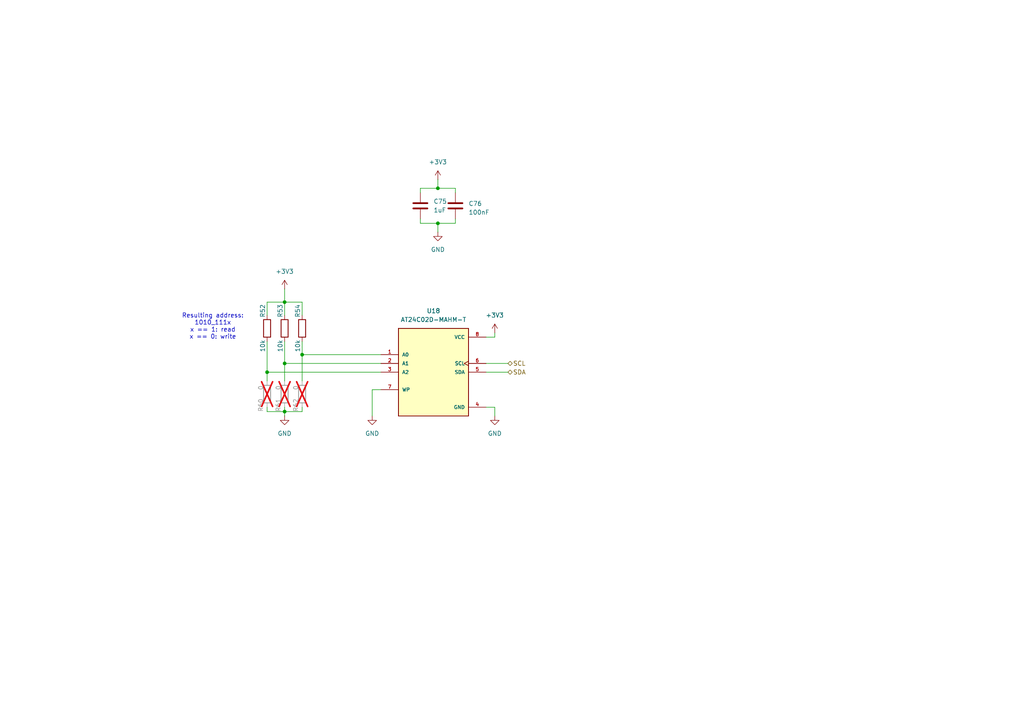
<source format=kicad_sch>
(kicad_sch (version 20231120) (generator "eeschema") (generator_version "8.0")
  (paper "A4")
  (lib_symbols
    (symbol "Device:C" (pin_numbers hide) (pin_names (offset 0.254))
      (property "Reference" "C" (at 0.635 2.54 0))
      (property "Value" "C" (at 0.635 -2.54 0))
      (symbol "C_0_1"
        (polyline (pts (xy -2.032 -0.762) (xy 2.032 -0.762)) (stroke (width 0.508)))
        (polyline (pts (xy -2.032 0.762) (xy 2.032 0.762)) (stroke (width 0.508)))
      )
      (symbol "C_1_1"
        (pin passive line (at 0 3.81 270) (length 2.794) (name "~") (number "1"))
        (pin passive line (at 0 -3.81 90) (length 2.794) (name "~") (number "2"))
      )
    )
    (symbol "Device:R" (pin_numbers hide) (pin_names (offset 0))
      (property "Reference" "R" (at 2.032 0 90))
      (property "Value" "R" (at 0 0 90))
      (symbol "R_0_1"
        (rectangle (start -1.016 -2.54) (end 1.016 2.54) (stroke (width 0.254)))
      )
      (symbol "R_1_1"
        (pin passive line (at 0 3.81 270) (length 1.27) (name "~") (number "1"))
        (pin passive line (at 0 -3.81 90) (length 1.27) (name "~") (number "2"))
      )
    )
    (symbol "GND_1" (power) (pin_numbers hide) (pin_names (offset 0) hide)
      (property "Value" "GND" (at 0 -3.81 0))
      (symbol "GND_1_0_1"
        (polyline (pts (xy 0 0) (xy 0 -1.27) (xy 1.27 -1.27) (xy 0 -2.54) (xy -1.27 -1.27) (xy 0 -1.27)))
      )
      (symbol "GND_1_1_1"
        (pin power_in line (at 0 0 270) (length 0) (name "~") (number "1"))
      )
    )
    (symbol "power:+3V3" (power) (pin_numbers hide) (pin_names (offset 0) hide)
      (property "Value" "+3V3" (at 0 3.556 0))
      (symbol "+3V3_0_1"
        (polyline (pts (xy -0.762 1.27) (xy 0 2.54)))
        (polyline (pts (xy 0 0) (xy 0 2.54)))
        (polyline (pts (xy 0 2.54) (xy 0.762 1.27)))
      )
      (symbol "+3V3_1_1"
        (pin power_in line (at 0 0 90) (length 0) (name "~") (number "1"))
      )
    )
    (symbol "visionAddOn:AT24C02D-MAHM-T" (pin_names (offset 1.016))
      (property "Reference" "U" (at -10.16 13.335 0))
      (property "Value" "AT24C02D-MAHM-T" (at -10.16 -15.24 0))
      (symbol "AT24C02D-MAHM-T_0_0"
        (rectangle (start -10.16 12.7) (end 10.16 -12.7) (stroke (width 0.254)) (fill (type background)))
        (pin input line (at -15.24 5.08 0) (length 5.08) (name "A0") (number "1"))
        (pin input line (at -15.24 2.54 0) (length 5.08) (name "A1") (number "2"))
        (pin input line (at -15.24 0 0) (length 5.08) (name "A2") (number "3"))
        (pin power_in line (at 15.24 -10.16 180) (length 5.08) (name "GND") (number "4"))
        (pin bidirectional line (at 15.24 0 180) (length 5.08) (name "SDA") (number "5"))
        (pin input clock (at 15.24 2.54 180) (length 5.08) (name "SCL") (number "6"))
        (pin input line (at -15.24 -5.08 0) (length 5.08) (name "WP") (number "7"))
        (pin power_in line (at 15.24 10.16 180) (length 5.08) (name "VCC") (number "8"))
      )
    )
  )
  (junction (at 82.55 119.38))
  (junction (at 127 54.61))
  (junction (at 82.55 87.63))
  (junction (at 87.63 102.87))
  (junction (at 77.47 107.95))
  (junction (at 127 64.77))
  (junction (at 82.55 105.41))
  (wire (pts (xy 82.55 87.63) (xy 82.55 91.44)))
  (wire (pts (xy 121.92 64.77) (xy 127 64.77)))
  (wire (pts (xy 110.49 113.03) (xy 107.95 113.03)))
  (wire (pts (xy 77.47 118.11) (xy 77.47 119.38)))
  (wire (pts (xy 110.49 107.95) (xy 77.47 107.95)))
  (wire (pts (xy 87.63 119.38) (xy 82.55 119.38)))
  (wire (pts (xy 143.51 118.11) (xy 143.51 120.65)))
  (wire (pts (xy 121.92 54.61) (xy 127 54.61)))
  (wire (pts (xy 87.63 118.11) (xy 87.63 119.38)))
  (wire (pts (xy 110.49 105.41) (xy 82.55 105.41)))
  (wire (pts (xy 82.55 105.41) (xy 82.55 110.49)))
  (wire (pts (xy 82.55 83.82) (xy 82.55 87.63)))
  (wire (pts (xy 143.51 97.79) (xy 143.51 96.52)))
  (wire (pts (xy 127 67.31) (xy 127 64.77)))
  (wire (pts (xy 77.47 107.95) (xy 77.47 110.49)))
  (wire (pts (xy 82.55 119.38) (xy 82.55 120.65)))
  (wire (pts (xy 127 64.77) (xy 132.08 64.77)))
  (wire (pts (xy 127 52.07) (xy 127 54.61)))
  (wire (pts (xy 77.47 107.95) (xy 77.47 99.06)))
  (wire (pts (xy 140.97 105.41) (xy 147.32 105.41)))
  (wire (pts (xy 140.97 118.11) (xy 143.51 118.11)))
  (wire (pts (xy 121.92 54.61) (xy 121.92 55.88)))
  (wire (pts (xy 77.47 87.63) (xy 82.55 87.63)))
  (wire (pts (xy 87.63 102.87) (xy 87.63 99.06)))
  (wire (pts (xy 82.55 118.11) (xy 82.55 119.38)))
  (wire (pts (xy 87.63 102.87) (xy 87.63 110.49)))
  (wire (pts (xy 77.47 119.38) (xy 82.55 119.38)))
  (wire (pts (xy 82.55 87.63) (xy 87.63 87.63)))
  (wire (pts (xy 143.51 97.79) (xy 140.97 97.79)))
  (wire (pts (xy 87.63 87.63) (xy 87.63 91.44)))
  (wire (pts (xy 110.49 102.87) (xy 87.63 102.87)))
  (wire (pts (xy 77.47 87.63) (xy 77.47 91.44)))
  (wire (pts (xy 132.08 64.77) (xy 132.08 63.5)))
  (wire (pts (xy 121.92 63.5) (xy 121.92 64.77)))
  (wire (pts (xy 127 54.61) (xy 132.08 54.61)))
  (wire (pts (xy 82.55 105.41) (xy 82.55 99.06)))
  (wire (pts (xy 132.08 54.61) (xy 132.08 55.88)))
  (wire (pts (xy 107.95 113.03) (xy 107.95 120.65)))
  (wire (pts (xy 140.97 107.95) (xy 147.32 107.95)))
  (text "Resulting address:\n1010_111x\nx == 1: read\nx == 0: write" (at 61.722 94.742 0) (effects (font (size 1.27 1.27))))
  (hierarchical_label "SDA" (shape bidirectional) (at 147.32 107.95 0))
  (hierarchical_label "SCL" (shape bidirectional) (at 147.32 105.41 0))
  (symbol (lib_id "power:+3V3") (at 82.55 83.82 0) (unit 1)
    (property "Reference" "#PWR0149" (effects (hide yes)))
    (property "Value" "+3V3" (at 82.55 78.74 0))
    (property "Description" "Power symbol creates a global label with name \"+3V3\"" (effects (hide yes)))
  )
  (symbol (lib_name "GND_1") (lib_id "power:GND") (at 82.55 120.65 0) (unit 1)
    (property "Reference" "#PWR0155" (effects (hide yes)))
    (property "Value" "GND" (at 82.55 125.73 0))
    (property "Description" "Power symbol creates a global label with name \"GND\" , ground" (effects (hide yes)))
  )
  (symbol (lib_id "Device:R") (at 82.55 114.3 180) (unit 1) (dnp yes)
    (property "Reference" "R61" (at 80.01 115.57 90) (effects (justify left bottom)))
    (property "Value" "0" (at 80.01 111.76 90) (effects (justify left bottom)))
    (property "Footprint" "Resistor_SMD:R_0402_1005Metric" (effects (hide yes)))
    (property "Manufacturer" "Panasonic" (effects (hide yes)))
    (property "DigiKey-Partnumber" "311-0.0JRTR-ND" (effects (hide yes)))
    (property "CUBUS" "0 RESC1005X35" (effects (hide yes)))
  )
  (symbol (lib_id "power:+3V3") (at 127 52.07 0) (unit 1)
    (property "Reference" "#PWR0151" (effects (hide yes)))
    (property "Value" "+3V3" (at 127 46.99 0))
    (property "Description" "Power symbol creates a global label with name \"+3V3\"" (effects (hide yes)))
  )
  (symbol (lib_id "Device:R") (at 77.47 114.3 180) (unit 1) (dnp yes)
    (property "Reference" "R60" (at 74.93 115.57 90) (effects (justify left bottom)))
    (property "Value" "0" (at 74.93 111.76 90) (effects (justify left bottom)))
    (property "Footprint" "Resistor_SMD:R_0402_1005Metric" (effects (hide yes)))
    (property "Manufacturer" "Panasonic" (effects (hide yes)))
    (property "DigiKey-Partnumber" "311-0.0JRTR-ND" (effects (hide yes)))
    (property "CUBUS" "0 RESC1005X35" (effects (hide yes)))
  )
  (symbol (lib_id "Device:R") (at 87.63 95.25 180) (unit 1)
    (property "Reference" "R54" (at 86.36 90.17 90))
    (property "Value" "10k" (at 86.36 100.33 90))
    (property "Footprint" "Resistor_SMD:R_0402_1005Metric" (effects (hide yes)))
    (property "DigiKey-Partnumber" "311-10KJRTR-ND" (effects (hide yes)))
    (property "CUBUS" "10K RESC1005X35" (effects (hide yes)))
  )
  (symbol (lib_id "Device:R") (at 82.55 95.25 180) (unit 1)
    (property "Reference" "R53" (at 81.28 90.17 90))
    (property "Value" "10k" (at 81.28 100.33 90))
    (property "Footprint" "Resistor_SMD:R_0402_1005Metric" (effects (hide yes)))
    (property "DigiKey-Partnumber" "311-10KJRTR-ND" (effects (hide yes)))
    (property "CUBUS" "10K RESC1005X35" (effects (hide yes)))
  )
  (symbol (lib_id "visionAddOn:AT24C02D-MAHM-T") (at 125.73 107.95 0) (unit 1)
    (property "Reference" "U18" (at 125.73 90.17 0))
    (property "Value" "AT24C02D-MAHM-T" (at 125.73 92.71 0))
    (property "Footprint" "visionAddOn:AT24C02D-MAHM-T_SON50P200X300X60-9N" (effects (hide yes)))
    (property "Datasheet" "https://ww1.microchip.com/downloads/aemDocuments/documents/OTH/ProductDocuments/DataSheets/AT24C01D-AT24C02D-I2C-Compatible-Two-Wire-Serial-EEPROM-1Kbit-2Kbit-20006100A.pdf" (effects (hide yes)))
    (property "Package" "UDFN-8 Microchip" (effects (hide yes)))
    (property "DigiKey-Partnumber" "AT24C02D-MAHM-TTR-ND" (effects (hide yes)))
  )
  (symbol (lib_id "power:+3V3") (at 143.51 96.52 0) (unit 1)
    (property "Reference" "#PWR0153" (effects (hide yes)))
    (property "Value" "+3V3" (at 143.51 91.44 0))
    (property "Description" "Power symbol creates a global label with name \"+3V3\"" (effects (hide yes)))
  )
  (symbol (lib_name "GND_1") (lib_id "power:GND") (at 107.95 120.65 0) (unit 1)
    (property "Reference" "#PWR0150" (effects (hide yes)))
    (property "Value" "GND" (at 107.95 125.73 0))
    (property "Description" "Power symbol creates a global label with name \"GND\" , ground" (effects (hide yes)))
  )
  (symbol (lib_id "Device:R") (at 77.47 95.25 180) (unit 1)
    (property "Reference" "R52" (at 76.2 90.17 90))
    (property "Value" "10k" (at 76.2 100.33 90))
    (property "Footprint" "Resistor_SMD:R_0402_1005Metric" (effects (hide yes)))
    (property "DigiKey-Partnumber" "311-10KJRTR-ND" (effects (hide yes)))
    (property "CUBUS" "10K RESC1005X35" (effects (hide yes)))
  )
  (symbol (lib_name "GND_1") (lib_id "power:GND") (at 143.51 120.65 0) (unit 1)
    (property "Reference" "#PWR0154" (effects (hide yes)))
    (property "Value" "GND" (at 143.51 125.73 0))
    (property "Description" "Power symbol creates a global label with name \"GND\" , ground" (effects (hide yes)))
  )
  (symbol (lib_name "GND_1") (lib_id "power:GND") (at 127 67.31 0) (unit 1)
    (property "Reference" "#PWR0152" (effects (hide yes)))
    (property "Value" "GND" (at 127 72.39 0))
    (property "Description" "Power symbol creates a global label with name \"GND\" , ground" (effects (hide yes)))
  )
  (symbol (lib_id "Device:R") (at 87.63 114.3 180) (unit 1) (dnp yes)
    (property "Reference" "R62" (at 85.09 115.57 90) (effects (justify left bottom)))
    (property "Value" "0" (at 85.09 111.76 90) (effects (justify left bottom)))
    (property "Footprint" "Resistor_SMD:R_0402_1005Metric" (effects (hide yes)))
    (property "Manufacturer" "Panasonic" (effects (hide yes)))
    (property "DigiKey-Partnumber" "311-0.0JRTR-ND" (effects (hide yes)))
    (property "CUBUS" "0 RESC1005X35" (effects (hide yes)))
  )
  (symbol (lib_id "Device:C") (at 132.08 59.69 0) (unit 1)
    (property "Reference" "C76" (at 135.89 59.055 0) (effects (justify left)))
    (property "Value" "100nF" (at 135.89 61.595 0) (effects (justify left)))
    (property "Footprint" "Capacitor_SMD:C_0402_1005Metric" (effects (hide yes)))
    (property "DigiKey-Partnumber" "490-6328-2-ND" (effects (hide yes)))
    (property "CUBUS" "100N CAPC1005X50" (effects (hide yes)))
  )
  (symbol (lib_id "Device:C") (at 121.92 59.69 0) (unit 1)
    (property "Reference" "C75" (at 125.73 58.4199 0) (effects (justify left)))
    (property "Value" "1uF" (at 125.73 60.9599 0) (effects (justify left)))
    (property "Footprint" "Capacitor_SMD:C_0402_1005Metric" (effects (hide yes)))
    (property "DigiKey-Partnumber" "490-10024-2-ND" (effects (hide yes)))
    (property "CUBUS" "1U CAPC1005X50" (effects (hide yes)))
  )
)
</source>
